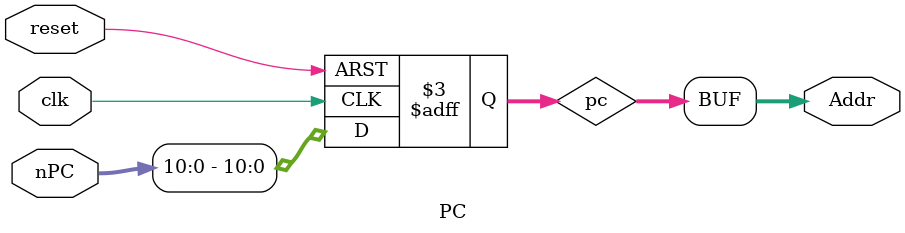
<source format=v>
`timescale 1ns / 1ps
module PC(
	input clk, reset, 
	input [31:0] nPC,
	output [10:0] Addr
    );

	reg [10:0] pc = 0;
	always @ (posedge clk, posedge reset) begin
		if(reset) begin
			pc <= 0;
		end
		else pc <= nPC;
	end
	assign Addr = pc;

endmodule

</source>
